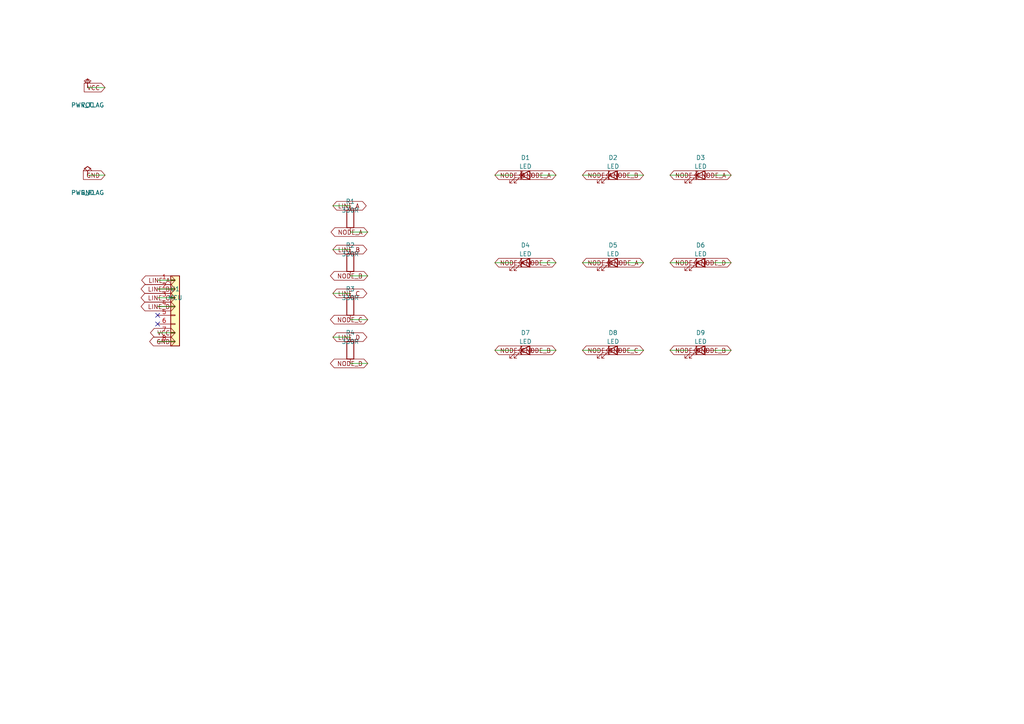
<source format=kicad_sch>
(kicad_sch (version 20231120) (generator "eeschema") (generator_version "9.0")
  (paper "A4")
  (title_block (title "Charlieplex LED Grid") (date "2025-01") (rev "A") (company "kicad-tools Demo") (comment 1 "3x3 LED matrix using charlieplexing technique") (comment 2 "9 LEDs driven by 4 GPIO pins"))
  (lib_symbols
    (symbol "Connector_Generic:Conn_01x08" (pin_names (offset 1.016) (hide yes))
      (property "Reference" "J" (at 0 10.16 0))
      (property "Value" "Conn_01x08" (at 0 -12.7 0))
      (symbol "Conn_01x08_1_1"
        (rectangle (start -1.27 8.89) (end 1.27 -11.43) (stroke (width 0.254)) (fill (type background)))
        (rectangle (start -1.27 7.747) (end 0 7.493) (stroke (width 0.1524)))
        (rectangle (start -1.27 5.207) (end 0 4.953) (stroke (width 0.1524)))
        (rectangle (start -1.27 2.667) (end 0 2.413) (stroke (width 0.1524)))
        (rectangle (start -1.27 0.127) (end 0 -0.127) (stroke (width 0.1524)))
        (rectangle (start -1.27 -2.413) (end 0 -2.667) (stroke (width 0.1524)))
        (rectangle (start -1.27 -4.953) (end 0 -5.207) (stroke (width 0.1524)))
        (rectangle (start -1.27 -7.493) (end 0 -7.747) (stroke (width 0.1524)))
        (rectangle (start -1.27 -10.033) (end 0 -10.287) (stroke (width 0.1524)))
        (pin passive line (at -5.08 7.62 0) (length 3.81) (name "Pin_1") (number "1"))
        (pin passive line (at -5.08 5.08 0) (length 3.81) (name "Pin_2") (number "2"))
        (pin passive line (at -5.08 2.54 0) (length 3.81) (name "Pin_3") (number "3"))
        (pin passive line (at -5.08 0 0) (length 3.81) (name "Pin_4") (number "4"))
        (pin passive line (at -5.08 -2.54 0) (length 3.81) (name "Pin_5") (number "5"))
        (pin passive line (at -5.08 -5.08 0) (length 3.81) (name "Pin_6") (number "6"))
        (pin passive line (at -5.08 -7.62 0) (length 3.81) (name "Pin_7") (number "7"))
        (pin passive line (at -5.08 -10.16 0) (length 3.81) (name "Pin_8") (number "8"))
      )
    )
    (symbol "Device:R" (pin_numbers (hide yes)) (pin_names (offset 0))
      (property "Reference" "R" (at 2.032 0 90))
      (property "Value" "R" (at 0 0 90))
      (symbol "R_0_1"
        (rectangle (start -1.016 -2.54) (end 1.016 2.54) (stroke (width 0.254)))
      )
      (symbol "R_1_1"
        (pin passive line (at 0 3.81 270) (length 1.27) (name "~") (number "1"))
        (pin passive line (at 0 -3.81 90) (length 1.27) (name "~") (number "2"))
      )
    )
    (symbol "Device:LED" (pin_numbers (hide yes)) (pin_names (offset 1.016) (hide yes))
      (property "Reference" "D" (at 0 2.54 0))
      (property "Value" "LED" (at 0 -2.54 0))
      (symbol "LED_0_1"
        (polyline (pts (xy -3.048 -0.762) (xy -4.572 -2.286) (xy -3.81 -2.286) (xy -4.572 -2.286) (xy -4.572 -1.524)))
        (polyline (pts (xy -1.778 -0.762) (xy -3.302 -2.286) (xy -2.54 -2.286) (xy -3.302 -2.286) (xy -3.302 -1.524)))
        (polyline (pts (xy -1.27 0) (xy 1.27 0)))
        (polyline (pts (xy -1.27 -1.27) (xy -1.27 1.27)) (stroke (width 0.254)))
        (polyline (pts (xy 1.27 -1.27) (xy 1.27 1.27) (xy -1.27 0) (xy 1.27 -1.27)) (stroke (width 0.254)))
      )
      (symbol "LED_1_1"
        (pin passive line (at -3.81 0 0) (length 2.54) (name "K") (number "1"))
        (pin passive line (at 3.81 0 180) (length 2.54) (name "A") (number "2"))
      )
    )
    (symbol "power:VCC" (power) (pin_numbers (hide yes)) (pin_names (offset 0) (hide yes))
      (property "Value" "VCC" (at 0 3.556 0))
      (symbol "VCC_0_1"
        (polyline (pts (xy -0.762 1.27) (xy 0 2.54)))
        (polyline (pts (xy 0 2.54) (xy 0.762 1.27)))
        (polyline (pts (xy 0 0) (xy 0 2.54)))
      )
      (symbol "VCC_1_1"
        (pin power_in line (at 0 0 90) (length 0) (name "~") (number "1"))
      )
    )
    (symbol "power:GND" (power) (pin_numbers (hide yes)) (pin_names (offset 0) (hide yes))
      (property "Value" "GND" (at 0 -3.81 0))
      (symbol "GND_0_1"
        (polyline (pts (xy 0 0) (xy 0 -1.27) (xy 1.27 -1.27) (xy 0 -2.54) (xy -1.27 -1.27) (xy 0 -1.27)))
      )
      (symbol "GND_1_1"
        (pin power_in line (at 0 0 270) (length 0) (name "~") (number "1"))
      )
    )
    (symbol "power:PWR_FLAG" (power) (pin_numbers (hide yes)) (pin_names (offset 0) (hide yes))
      (property "Value" "PWR_FLAG" (at 0 3.81 0))
      (symbol "PWR_FLAG_0_0"
        (pin power_out line (at 0 0 90) (length 0) (name "~") (number "1"))
      )
      (symbol "PWR_FLAG_0_1"
        (polyline (pts (xy 0 0) (xy 0 1.27) (xy -1.016 1.905) (xy 0 2.54) (xy 1.016 1.905) (xy 0 1.27)))
      )
    )
  )
  (symbol (lib_id "Connector_Generic:Conn_01x08") (at 50.8 88.9 0) (unit 1)
    (property "Reference" "U1" (at 50.8 83.82 0))
    (property "Value" "MCU" (at 50.8 86.36 0))
    (property "Footprint" "Connector_PinHeader_2.54mm:PinHeader_1x08_P2.54mm_Vertical" (effects (hide yes)))
  )
  (symbol (lib_id "Device:R") (at 101.6 63.5 0) (unit 1)
    (property "Reference" "R1" (at 101.6 58.42 0))
    (property "Value" "330R" (at 101.6 60.96 0))
    (property "Footprint" "Resistor_SMD:R_0402_1005Metric" (effects (hide yes)))
  )
  (symbol (lib_id "Device:R") (at 101.6 76.2 0) (unit 1)
    (property "Reference" "R2" (at 101.6 71.12 0))
    (property "Value" "330R" (at 101.6 73.66 0))
    (property "Footprint" "Resistor_SMD:R_0402_1005Metric" (effects (hide yes)))
  )
  (symbol (lib_id "Device:R") (at 101.6 88.9 0) (unit 1)
    (property "Reference" "R3" (at 101.6 83.82 0))
    (property "Value" "330R" (at 101.6 86.36 0))
    (property "Footprint" "Resistor_SMD:R_0402_1005Metric" (effects (hide yes)))
  )
  (symbol (lib_id "Device:R") (at 101.6 101.6 0) (unit 1)
    (property "Reference" "R4" (at 101.6 96.52 0))
    (property "Value" "330R" (at 101.6 99.06 0))
    (property "Footprint" "Resistor_SMD:R_0402_1005Metric" (effects (hide yes)))
  )
  (symbol (lib_id "Device:LED") (at 152.4 50.8 0) (unit 1)
    (property "Reference" "D1" (at 152.4 45.72 0))
    (property "Value" "LED" (at 152.4 48.26 0))
    (property "Footprint" "LED_SMD:LED_0805_2012Metric" (effects (hide yes)))
  )
  (symbol (lib_id "Device:LED") (at 177.8 50.8 0) (unit 1)
    (property "Reference" "D2" (at 177.8 45.72 0))
    (property "Value" "LED" (at 177.8 48.26 0))
    (property "Footprint" "LED_SMD:LED_0805_2012Metric" (effects (hide yes)))
  )
  (symbol (lib_id "Device:LED") (at 203.2 50.8 0) (unit 1)
    (property "Reference" "D3" (at 203.2 45.72 0))
    (property "Value" "LED" (at 203.2 48.26 0))
    (property "Footprint" "LED_SMD:LED_0805_2012Metric" (effects (hide yes)))
  )
  (symbol (lib_id "Device:LED") (at 152.4 76.2 0) (unit 1)
    (property "Reference" "D4" (at 152.4 71.12 0))
    (property "Value" "LED" (at 152.4 73.66 0))
    (property "Footprint" "LED_SMD:LED_0805_2012Metric" (effects (hide yes)))
  )
  (symbol (lib_id "Device:LED") (at 177.8 76.2 0) (unit 1)
    (property "Reference" "D5" (at 177.8 71.12 0))
    (property "Value" "LED" (at 177.8 73.66 0))
    (property "Footprint" "LED_SMD:LED_0805_2012Metric" (effects (hide yes)))
  )
  (symbol (lib_id "Device:LED") (at 203.2 76.2 0) (unit 1)
    (property "Reference" "D6" (at 203.2 71.12 0))
    (property "Value" "LED" (at 203.2 73.66 0))
    (property "Footprint" "LED_SMD:LED_0805_2012Metric" (effects (hide yes)))
  )
  (symbol (lib_id "Device:LED") (at 152.4 101.6 0) (unit 1)
    (property "Reference" "D7" (at 152.4 96.52 0))
    (property "Value" "LED" (at 152.4 99.06 0))
    (property "Footprint" "LED_SMD:LED_0805_2012Metric" (effects (hide yes)))
  )
  (symbol (lib_id "Device:LED") (at 177.8 101.6 0) (unit 1)
    (property "Reference" "D8" (at 177.8 96.52 0))
    (property "Value" "LED" (at 177.8 99.06 0))
    (property "Footprint" "LED_SMD:LED_0805_2012Metric" (effects (hide yes)))
  )
  (symbol (lib_id "Device:LED") (at 203.2 101.6 0) (unit 1)
    (property "Reference" "D9" (at 203.2 96.52 0))
    (property "Value" "LED" (at 203.2 99.06 0))
    (property "Footprint" "LED_SMD:LED_0805_2012Metric" (effects (hide yes)))
  )
  (symbol (lib_id "power:VCC") (at 25.4 25.4 0) (unit 1)
    (property "Reference" "#PWR01" (effects (hide yes)))
    (property "Value" "VCC" (at 25.4 30.48 0))
  )
  (symbol (lib_id "power:GND") (at 25.4 50.8 180) (unit 1)
    (property "Reference" "#PWR02" (effects (hide yes)))
    (property "Value" "GND" (at 25.4 55.88 0))
  )
  (symbol (lib_id "power:PWR_FLAG") (at 25.4 25.4 0) (unit 1)
    (property "Reference" "#PWR03" (effects (hide yes)))
    (property "Value" "PWR_FLAG" (at 25.4 30.48 0))
  )
  (symbol (lib_id "power:PWR_FLAG") (at 25.4 50.8 0) (unit 1)
    (property "Reference" "#PWR04" (effects (hide yes)))
    (property "Value" "PWR_FLAG" (at 25.4 55.88 0))
  )
  (wire (pts (xy 45.72 81.28) (xy 50.8 81.28)))
  (wire (pts (xy 45.72 83.82) (xy 50.8 83.82)))
  (wire (pts (xy 45.72 86.36) (xy 50.8 86.36)))
  (wire (pts (xy 45.72 88.9) (xy 50.8 88.9)))
  (wire (pts (xy 45.72 96.52) (xy 50.8 96.52)))
  (wire (pts (xy 45.72 99.06) (xy 50.8 99.06)))
  (wire (pts (xy 101.6 59.69) (xy 96.52 59.69)))
  (wire (pts (xy 101.6 67.31) (xy 106.68 67.31)))
  (wire (pts (xy 101.6 72.39) (xy 96.52 72.39)))
  (wire (pts (xy 101.6 80.01) (xy 106.68 80.01)))
  (wire (pts (xy 101.6 85.09) (xy 96.52 85.09)))
  (wire (pts (xy 101.6 92.71) (xy 106.68 92.71)))
  (wire (pts (xy 101.6 97.79) (xy 96.52 97.79)))
  (wire (pts (xy 101.6 105.41) (xy 106.68 105.41)))
  (wire (pts (xy 148.59 50.8) (xy 143.51 50.8)))
  (wire (pts (xy 156.21 50.8) (xy 161.29 50.8)))
  (wire (pts (xy 173.99 50.8) (xy 168.91 50.8)))
  (wire (pts (xy 181.61 50.8) (xy 186.69 50.8)))
  (wire (pts (xy 199.39 50.8) (xy 194.31 50.8)))
  (wire (pts (xy 207.01 50.8) (xy 212.09 50.8)))
  (wire (pts (xy 148.59 76.2) (xy 143.51 76.2)))
  (wire (pts (xy 156.21 76.2) (xy 161.29 76.2)))
  (wire (pts (xy 173.99 76.2) (xy 168.91 76.2)))
  (wire (pts (xy 181.61 76.2) (xy 186.69 76.2)))
  (wire (pts (xy 199.39 76.2) (xy 194.31 76.2)))
  (wire (pts (xy 207.01 76.2) (xy 212.09 76.2)))
  (wire (pts (xy 148.59 101.6) (xy 143.51 101.6)))
  (wire (pts (xy 156.21 101.6) (xy 161.29 101.6)))
  (wire (pts (xy 173.99 101.6) (xy 168.91 101.6)))
  (wire (pts (xy 181.61 101.6) (xy 186.69 101.6)))
  (wire (pts (xy 199.39 101.6) (xy 194.31 101.6)))
  (wire (pts (xy 207.01 101.6) (xy 212.09 101.6)))
  (wire (pts (xy 25.4 25.4) (xy 30.48 25.4)))
  (wire (pts (xy 25.4 50.8) (xy 30.48 50.8)))
  (no_connect (at 45.72 91.44))
  (no_connect (at 45.72 93.98))
  (global_label "LINE_A" (shape bidirectional) (at 50.8 81.28 180))
  (global_label "LINE_B" (shape bidirectional) (at 50.8 83.82 180))
  (global_label "LINE_C" (shape bidirectional) (at 50.8 86.36 180))
  (global_label "LINE_D" (shape bidirectional) (at 50.8 88.9 180))
  (global_label "VCC" (shape bidirectional) (at 50.8 96.52 180))
  (global_label "GND" (shape bidirectional) (at 50.8 99.06 180))
  (global_label "LINE_A" (shape bidirectional) (at 96.52 59.69 0))
  (global_label "NODE_A" (shape bidirectional) (at 106.68 67.31 180))
  (global_label "LINE_B" (shape bidirectional) (at 96.52 72.39 0))
  (global_label "NODE_B" (shape bidirectional) (at 106.68 80.01 180))
  (global_label "LINE_C" (shape bidirectional) (at 96.52 85.09 0))
  (global_label "NODE_C" (shape bidirectional) (at 106.68 92.71 180))
  (global_label "LINE_D" (shape bidirectional) (at 96.52 97.79 0))
  (global_label "NODE_D" (shape bidirectional) (at 106.68 105.41 180))
  (global_label "NODE_B" (shape bidirectional) (at 143.51 50.8 0))
  (global_label "NODE_A" (shape bidirectional) (at 161.29 50.8 180))
  (global_label "NODE_A" (shape bidirectional) (at 168.91 50.8 0))
  (global_label "NODE_B" (shape bidirectional) (at 186.69 50.8 180))
  (global_label "NODE_C" (shape bidirectional) (at 194.31 50.8 0))
  (global_label "NODE_A" (shape bidirectional) (at 212.09 50.8 180))
  (global_label "NODE_A" (shape bidirectional) (at 143.51 76.2 0))
  (global_label "NODE_C" (shape bidirectional) (at 161.29 76.2 180))
  (global_label "NODE_D" (shape bidirectional) (at 168.91 76.2 0))
  (global_label "NODE_A" (shape bidirectional) (at 186.69 76.2 180))
  (global_label "NODE_A" (shape bidirectional) (at 194.31 76.2 0))
  (global_label "NODE_D" (shape bidirectional) (at 212.09 76.2 180))
  (global_label "NODE_C" (shape bidirectional) (at 143.51 101.6 0))
  (global_label "NODE_B" (shape bidirectional) (at 161.29 101.6 180))
  (global_label "NODE_B" (shape bidirectional) (at 168.91 101.6 0))
  (global_label "NODE_C" (shape bidirectional) (at 186.69 101.6 180))
  (global_label "NODE_D" (shape bidirectional) (at 194.31 101.6 0))
  (global_label "NODE_B" (shape bidirectional) (at 212.09 101.6 180))
  (global_label "VCC" (shape input) (at 30.48 25.4 180))
  (global_label "GND" (shape input) (at 30.48 50.8 180))
)
</source>
